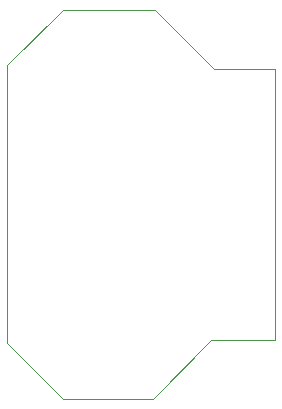
<source format=gbr>
%TF.GenerationSoftware,KiCad,Pcbnew,(5.1.7)-1*%
%TF.CreationDate,2022-08-04T10:30:13+03:00*%
%TF.ProjectId,battbrd,62617474-6272-4642-9e6b-696361645f70,rev?*%
%TF.SameCoordinates,Original*%
%TF.FileFunction,Profile,NP*%
%FSLAX46Y46*%
G04 Gerber Fmt 4.6, Leading zero omitted, Abs format (unit mm)*
G04 Created by KiCad (PCBNEW (5.1.7)-1) date 2022-08-04 10:30:13*
%MOMM*%
%LPD*%
G01*
G04 APERTURE LIST*
%TA.AperFunction,Profile*%
%ADD10C,0.050000*%
%TD*%
G04 APERTURE END LIST*
D10*
X164100000Y-98150000D02*
X159150000Y-103100000D01*
X159100000Y-103100000D02*
X159150000Y-103100000D01*
X151500000Y-103100000D02*
X159100000Y-103100000D01*
X146800000Y-98400000D02*
X146800000Y-98150000D01*
X151500000Y-103100000D02*
X146800000Y-98400000D01*
X169500000Y-98150000D02*
X164100000Y-98150000D01*
X169500000Y-75150000D02*
X169500000Y-98150000D01*
X164300000Y-75150000D02*
X169500000Y-75150000D01*
X159300000Y-70150000D02*
X164300000Y-75150000D01*
X151500000Y-70150000D02*
X159300000Y-70150000D01*
X146800000Y-74850000D02*
X151500000Y-70150000D01*
X146800000Y-98150000D02*
X146800000Y-74850000D01*
M02*

</source>
